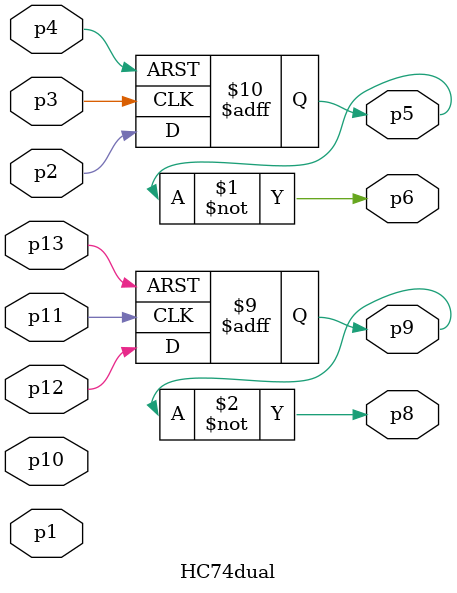
<source format=v>

module HC74dual(
    input wire  p1,p2,p3,p4,
    output reg  p5=1'b1,
    output wire p6,
    input wire  p13,p12,p11,p10,
    output reg  p9=1'b0,
    output wire p8
);

assign p6=~p5;
assign p8=~p9;

always @(posedge p3 or negedge p4) begin
	if (~p4) begin p5<=1'b1;end
	else begin p5<=p2;end
end

always @(posedge p11 or negedge p13) begin
	if (~p13) begin p9<=1'b0;end
	else begin p9<=p12;end
end


endmodule
</source>
